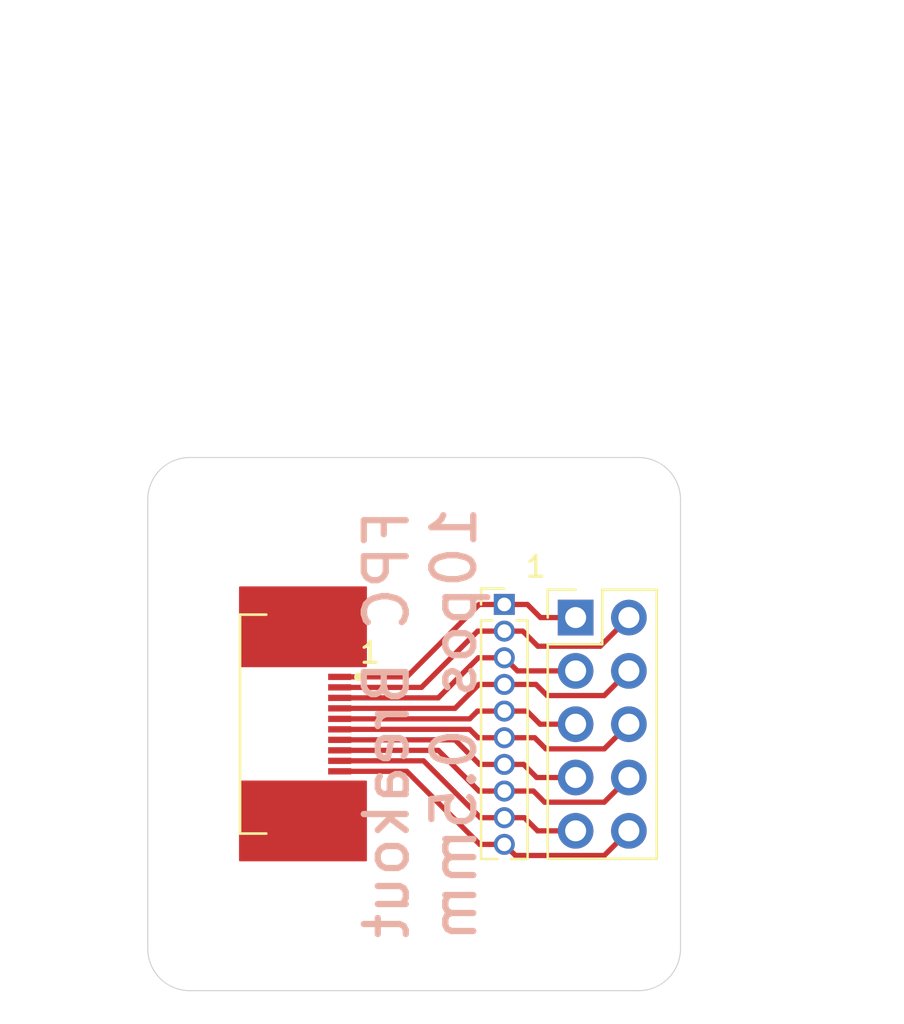
<source format=kicad_pcb>
(kicad_pcb (version 20171130) (host pcbnew "(5.1.5)-3")

  (general
    (thickness 1.6)
    (drawings 15)
    (tracks 66)
    (zones 0)
    (modules 7)
    (nets 11)
  )

  (page A4)
  (layers
    (0 F.Cu signal)
    (31 B.Cu signal)
    (32 B.Adhes user)
    (33 F.Adhes user)
    (34 B.Paste user)
    (35 F.Paste user)
    (36 B.SilkS user)
    (37 F.SilkS user)
    (38 B.Mask user)
    (39 F.Mask user)
    (40 Dwgs.User user)
    (41 Cmts.User user)
    (42 Eco1.User user)
    (43 Eco2.User user)
    (44 Edge.Cuts user)
    (45 Margin user)
    (46 B.CrtYd user)
    (47 F.CrtYd user)
    (48 B.Fab user)
    (49 F.Fab user)
  )

  (setup
    (last_trace_width 0.25)
    (trace_clearance 0.2)
    (zone_clearance 0.508)
    (zone_45_only no)
    (trace_min 0.2)
    (via_size 0.8)
    (via_drill 0.4)
    (via_min_size 0.4)
    (via_min_drill 0.3)
    (uvia_size 0.3)
    (uvia_drill 0.1)
    (uvias_allowed no)
    (uvia_min_size 0.2)
    (uvia_min_drill 0.1)
    (edge_width 0.05)
    (segment_width 0.2)
    (pcb_text_width 0.3)
    (pcb_text_size 1.5 1.5)
    (mod_edge_width 0.12)
    (mod_text_size 1 1)
    (mod_text_width 0.15)
    (pad_size 1.524 1.524)
    (pad_drill 0.762)
    (pad_to_mask_clearance 0.0254)
    (aux_axis_origin 0 0)
    (visible_elements FFFFFF7F)
    (pcbplotparams
      (layerselection 0x010fc_ffffffff)
      (usegerberextensions false)
      (usegerberattributes false)
      (usegerberadvancedattributes false)
      (creategerberjobfile false)
      (excludeedgelayer true)
      (linewidth 0.100000)
      (plotframeref false)
      (viasonmask false)
      (mode 1)
      (useauxorigin false)
      (hpglpennumber 1)
      (hpglpenspeed 20)
      (hpglpendiameter 15.000000)
      (psnegative false)
      (psa4output false)
      (plotreference true)
      (plotvalue true)
      (plotinvisibletext false)
      (padsonsilk false)
      (subtractmaskfromsilk false)
      (outputformat 1)
      (mirror false)
      (drillshape 1)
      (scaleselection 1)
      (outputdirectory ""))
  )

  (net 0 "")
  (net 1 "Net-(J1-Pad10)")
  (net 2 "Net-(J1-Pad9)")
  (net 3 "Net-(J1-Pad8)")
  (net 4 "Net-(J1-Pad7)")
  (net 5 "Net-(J1-Pad6)")
  (net 6 "Net-(J1-Pad5)")
  (net 7 "Net-(J1-Pad4)")
  (net 8 "Net-(J1-Pad3)")
  (net 9 "Net-(J1-Pad2)")
  (net 10 "Net-(J1-Pad1)")

  (net_class Default "This is the default net class."
    (clearance 0.2)
    (trace_width 0.25)
    (via_dia 0.8)
    (via_drill 0.4)
    (uvia_dia 0.3)
    (uvia_drill 0.1)
    (add_net "Net-(J1-Pad1)")
    (add_net "Net-(J1-Pad10)")
    (add_net "Net-(J1-Pad2)")
    (add_net "Net-(J1-Pad3)")
    (add_net "Net-(J1-Pad4)")
    (add_net "Net-(J1-Pad5)")
    (add_net "Net-(J1-Pad6)")
    (add_net "Net-(J1-Pad7)")
    (add_net "Net-(J1-Pad8)")
    (add_net "Net-(J1-Pad9)")
  )

  (module Connector_PinHeader_1.27mm:PinHeader_1x10_P1.27mm_Vertical (layer F.Cu) (tedit 59FED6E3) (tstamp 5E56521B)
    (at 121.6 94.3)
    (descr "Through hole straight pin header, 1x10, 1.27mm pitch, single row")
    (tags "Through hole pin header THT 1x10 1.27mm single row")
    (path /5E5647FF)
    (fp_text reference J3 (at 0 -1.695) (layer F.SilkS) hide
      (effects (font (size 1 1) (thickness 0.15)))
    )
    (fp_text value Conn_01x10 (at 0 13.125) (layer F.Fab)
      (effects (font (size 1 1) (thickness 0.15)))
    )
    (fp_text user %R (at 0 5.715 90) (layer F.Fab)
      (effects (font (size 1 1) (thickness 0.15)))
    )
    (fp_line (start 1.55 -1.15) (end -1.55 -1.15) (layer F.CrtYd) (width 0.05))
    (fp_line (start 1.55 12.6) (end 1.55 -1.15) (layer F.CrtYd) (width 0.05))
    (fp_line (start -1.55 12.6) (end 1.55 12.6) (layer F.CrtYd) (width 0.05))
    (fp_line (start -1.55 -1.15) (end -1.55 12.6) (layer F.CrtYd) (width 0.05))
    (fp_line (start -1.11 -0.76) (end 0 -0.76) (layer F.SilkS) (width 0.12))
    (fp_line (start -1.11 0) (end -1.11 -0.76) (layer F.SilkS) (width 0.12))
    (fp_line (start 0.563471 0.76) (end 1.11 0.76) (layer F.SilkS) (width 0.12))
    (fp_line (start -1.11 0.76) (end -0.563471 0.76) (layer F.SilkS) (width 0.12))
    (fp_line (start 1.11 0.76) (end 1.11 12.125) (layer F.SilkS) (width 0.12))
    (fp_line (start -1.11 0.76) (end -1.11 12.125) (layer F.SilkS) (width 0.12))
    (fp_line (start 0.30753 12.125) (end 1.11 12.125) (layer F.SilkS) (width 0.12))
    (fp_line (start -1.11 12.125) (end -0.30753 12.125) (layer F.SilkS) (width 0.12))
    (fp_line (start -1.05 -0.11) (end -0.525 -0.635) (layer F.Fab) (width 0.1))
    (fp_line (start -1.05 12.065) (end -1.05 -0.11) (layer F.Fab) (width 0.1))
    (fp_line (start 1.05 12.065) (end -1.05 12.065) (layer F.Fab) (width 0.1))
    (fp_line (start 1.05 -0.635) (end 1.05 12.065) (layer F.Fab) (width 0.1))
    (fp_line (start -0.525 -0.635) (end 1.05 -0.635) (layer F.Fab) (width 0.1))
    (pad 10 thru_hole oval (at 0 11.43) (size 1 1) (drill 0.65) (layers *.Cu *.Mask)
      (net 1 "Net-(J1-Pad10)"))
    (pad 9 thru_hole oval (at 0 10.16) (size 1 1) (drill 0.65) (layers *.Cu *.Mask)
      (net 2 "Net-(J1-Pad9)"))
    (pad 8 thru_hole oval (at 0 8.89) (size 1 1) (drill 0.65) (layers *.Cu *.Mask)
      (net 3 "Net-(J1-Pad8)"))
    (pad 7 thru_hole oval (at 0 7.62) (size 1 1) (drill 0.65) (layers *.Cu *.Mask)
      (net 4 "Net-(J1-Pad7)"))
    (pad 6 thru_hole oval (at 0 6.35) (size 1 1) (drill 0.65) (layers *.Cu *.Mask)
      (net 5 "Net-(J1-Pad6)"))
    (pad 5 thru_hole oval (at 0 5.08) (size 1 1) (drill 0.65) (layers *.Cu *.Mask)
      (net 6 "Net-(J1-Pad5)"))
    (pad 4 thru_hole oval (at 0 3.81) (size 1 1) (drill 0.65) (layers *.Cu *.Mask)
      (net 7 "Net-(J1-Pad4)"))
    (pad 3 thru_hole oval (at 0 2.54) (size 1 1) (drill 0.65) (layers *.Cu *.Mask)
      (net 8 "Net-(J1-Pad3)"))
    (pad 2 thru_hole oval (at 0 1.27) (size 1 1) (drill 0.65) (layers *.Cu *.Mask)
      (net 9 "Net-(J1-Pad2)"))
    (pad 1 thru_hole rect (at 0 0) (size 1 1) (drill 0.65) (layers *.Cu *.Mask)
      (net 10 "Net-(J1-Pad1)"))
    (model ${KISYS3DMOD}/Connector_PinHeader_1.27mm.3dshapes/PinHeader_1x10_P1.27mm_Vertical.wrl
      (at (xyz 0 0 0))
      (scale (xyz 1 1 1))
      (rotate (xyz 0 0 0))
    )
  )

  (module MountingHole:MountingHole_2.7mm_M2.5 (layer F.Cu) (tedit 56D1B4CB) (tstamp 5E564E4B)
    (at 127 109.75)
    (descr "Mounting Hole 2.7mm, no annular, M2.5")
    (tags "mounting hole 2.7mm no annular m2.5")
    (attr virtual)
    (fp_text reference REF** (at 0 3.75) (layer F.SilkS) hide
      (effects (font (size 1 1) (thickness 0.15)))
    )
    (fp_text value MountingHole_2.7mm_M2.5 (at 0 3.7) (layer F.Fab)
      (effects (font (size 1 1) (thickness 0.15)))
    )
    (fp_circle (center 0 0) (end 2.95 0) (layer F.CrtYd) (width 0.05))
    (fp_circle (center 0 0) (end 2.7 0) (layer Cmts.User) (width 0.15))
    (fp_text user %R (at 0.3 0) (layer F.Fab)
      (effects (font (size 1 1) (thickness 0.15)))
    )
    (pad 1 np_thru_hole circle (at 0 0) (size 2.7 2.7) (drill 2.7) (layers *.Cu *.Mask))
  )

  (module MountingHole:MountingHole_2.7mm_M2.5 (layer F.Cu) (tedit 56D1B4CB) (tstamp 5E564E3C)
    (at 107.75 109.75)
    (descr "Mounting Hole 2.7mm, no annular, M2.5")
    (tags "mounting hole 2.7mm no annular m2.5")
    (attr virtual)
    (fp_text reference REF** (at 0 3.75) (layer F.SilkS) hide
      (effects (font (size 1 1) (thickness 0.15)))
    )
    (fp_text value MountingHole_2.7mm_M2.5 (at 0 3.7) (layer F.Fab)
      (effects (font (size 1 1) (thickness 0.15)))
    )
    (fp_text user %R (at 0.3 0) (layer F.Fab)
      (effects (font (size 1 1) (thickness 0.15)))
    )
    (fp_circle (center 0 0) (end 2.7 0) (layer Cmts.User) (width 0.15))
    (fp_circle (center 0 0) (end 2.95 0) (layer F.CrtYd) (width 0.05))
    (pad 1 np_thru_hole circle (at 0 0) (size 2.7 2.7) (drill 2.7) (layers *.Cu *.Mask))
  )

  (module MountingHole:MountingHole_2.7mm_M2.5 (layer F.Cu) (tedit 56D1B4CB) (tstamp 5E564E0B)
    (at 127 90.25)
    (descr "Mounting Hole 2.7mm, no annular, M2.5")
    (tags "mounting hole 2.7mm no annular m2.5")
    (attr virtual)
    (fp_text reference REF** (at 0 -3.7) (layer F.SilkS) hide
      (effects (font (size 1 1) (thickness 0.15)))
    )
    (fp_text value MountingHole_2.7mm_M2.5 (at 0 -3.75) (layer F.Fab)
      (effects (font (size 1 1) (thickness 0.15)))
    )
    (fp_text user %R (at 0.3 0) (layer F.Fab)
      (effects (font (size 1 1) (thickness 0.15)))
    )
    (fp_circle (center 0 0) (end 2.7 0) (layer Cmts.User) (width 0.15))
    (fp_circle (center 0 0) (end 2.95 0) (layer F.CrtYd) (width 0.05))
    (pad 1 np_thru_hole circle (at 0 0) (size 2.7 2.7) (drill 2.7) (layers *.Cu *.Mask))
  )

  (module MountingHole:MountingHole_2.7mm_M2.5 (layer F.Cu) (tedit 56D1B4CB) (tstamp 5E564C55)
    (at 107.75 90.25)
    (descr "Mounting Hole 2.7mm, no annular, M2.5")
    (tags "mounting hole 2.7mm no annular m2.5")
    (attr virtual)
    (fp_text reference REF** (at 0 -3.7) (layer F.SilkS) hide
      (effects (font (size 1 1) (thickness 0.15)))
    )
    (fp_text value MountingHole_2.7mm_M2.5 (at 0 -3.75) (layer F.Fab)
      (effects (font (size 1 1) (thickness 0.15)))
    )
    (fp_circle (center 0 0) (end 2.95 0) (layer F.CrtYd) (width 0.05))
    (fp_circle (center 0 0) (end 2.7 0) (layer Cmts.User) (width 0.15))
    (fp_text user %R (at 0.3 0) (layer F.Fab)
      (effects (font (size 1 1) (thickness 0.15)))
    )
    (pad 1 np_thru_hole circle (at 0 0) (size 2.7 2.7) (drill 2.7) (layers *.Cu *.Mask))
  )

  (module Connector_PinHeader_2.54mm:PinHeader_2x05_P2.54mm_Vertical (layer F.Cu) (tedit 59FED5CC) (tstamp 5E5645C3)
    (at 125 94.925)
    (descr "Through hole straight pin header, 2x05, 2.54mm pitch, double rows")
    (tags "Through hole pin header THT 2x05 2.54mm double row")
    (path /5E560CC3)
    (fp_text reference J2 (at -2.75 5.064) (layer F.SilkS) hide
      (effects (font (size 1 1) (thickness 0.15)))
    )
    (fp_text value Conn_01x10 (at 4.2 5.064 90) (layer F.Fab)
      (effects (font (size 1 1) (thickness 0.15)))
    )
    (fp_text user %R (at 1.27 5.08 90) (layer F.Fab)
      (effects (font (size 1 1) (thickness 0.15)))
    )
    (fp_line (start 4.35 -1.8) (end -1.8 -1.8) (layer F.CrtYd) (width 0.05))
    (fp_line (start 4.35 11.95) (end 4.35 -1.8) (layer F.CrtYd) (width 0.05))
    (fp_line (start -1.8 11.95) (end 4.35 11.95) (layer F.CrtYd) (width 0.05))
    (fp_line (start -1.8 -1.8) (end -1.8 11.95) (layer F.CrtYd) (width 0.05))
    (fp_line (start -1.33 -1.33) (end 0 -1.33) (layer F.SilkS) (width 0.12))
    (fp_line (start -1.33 0) (end -1.33 -1.33) (layer F.SilkS) (width 0.12))
    (fp_line (start 1.27 -1.33) (end 3.87 -1.33) (layer F.SilkS) (width 0.12))
    (fp_line (start 1.27 1.27) (end 1.27 -1.33) (layer F.SilkS) (width 0.12))
    (fp_line (start -1.33 1.27) (end 1.27 1.27) (layer F.SilkS) (width 0.12))
    (fp_line (start 3.87 -1.33) (end 3.87 11.49) (layer F.SilkS) (width 0.12))
    (fp_line (start -1.33 1.27) (end -1.33 11.49) (layer F.SilkS) (width 0.12))
    (fp_line (start -1.33 11.49) (end 3.87 11.49) (layer F.SilkS) (width 0.12))
    (fp_line (start -1.27 0) (end 0 -1.27) (layer F.Fab) (width 0.1))
    (fp_line (start -1.27 11.43) (end -1.27 0) (layer F.Fab) (width 0.1))
    (fp_line (start 3.81 11.43) (end -1.27 11.43) (layer F.Fab) (width 0.1))
    (fp_line (start 3.81 -1.27) (end 3.81 11.43) (layer F.Fab) (width 0.1))
    (fp_line (start 0 -1.27) (end 3.81 -1.27) (layer F.Fab) (width 0.1))
    (pad 10 thru_hole oval (at 2.54 10.16) (size 1.7 1.7) (drill 1) (layers *.Cu *.Mask)
      (net 1 "Net-(J1-Pad10)"))
    (pad 9 thru_hole oval (at 0 10.16) (size 1.7 1.7) (drill 1) (layers *.Cu *.Mask)
      (net 2 "Net-(J1-Pad9)"))
    (pad 8 thru_hole oval (at 2.54 7.62) (size 1.7 1.7) (drill 1) (layers *.Cu *.Mask)
      (net 3 "Net-(J1-Pad8)"))
    (pad 7 thru_hole oval (at 0 7.62) (size 1.7 1.7) (drill 1) (layers *.Cu *.Mask)
      (net 4 "Net-(J1-Pad7)"))
    (pad 6 thru_hole oval (at 2.54 5.08) (size 1.7 1.7) (drill 1) (layers *.Cu *.Mask)
      (net 5 "Net-(J1-Pad6)"))
    (pad 5 thru_hole oval (at 0 5.08) (size 1.7 1.7) (drill 1) (layers *.Cu *.Mask)
      (net 6 "Net-(J1-Pad5)"))
    (pad 4 thru_hole oval (at 2.54 2.54) (size 1.7 1.7) (drill 1) (layers *.Cu *.Mask)
      (net 7 "Net-(J1-Pad4)"))
    (pad 3 thru_hole oval (at 0 2.54) (size 1.7 1.7) (drill 1) (layers *.Cu *.Mask)
      (net 8 "Net-(J1-Pad3)"))
    (pad 2 thru_hole oval (at 2.54 0) (size 1.7 1.7) (drill 1) (layers *.Cu *.Mask)
      (net 9 "Net-(J1-Pad2)"))
    (pad 1 thru_hole rect (at 0 0) (size 1.7 1.7) (drill 1) (layers *.Cu *.Mask)
      (net 10 "Net-(J1-Pad1)"))
    (model ${KISYS3DMOD}/Connector_PinHeader_2.54mm.3dshapes/PinHeader_2x05_P2.54mm_Vertical.wrl
      (at (xyz 0 0 0))
      (scale (xyz 1 1 1))
      (rotate (xyz 0 0 0))
    )
  )

  (module wgmt-conn:TE_1-1734592-0 (layer F.Cu) (tedit 5E55F008) (tstamp 5E5645A5)
    (at 113.75 100 270)
    (path /5E55EF19)
    (fp_text reference J1 (at -0.011 2.5 90) (layer F.SilkS) hide
      (effects (font (size 1 1) (thickness 0.15)))
    )
    (fp_text value Conn_01x10 (at 0.239 5.75 90) (layer F.Fab)
      (effects (font (size 1 1) (thickness 0.15)))
    )
    (fp_circle (center -2.25 -0.889) (end -2.15 -0.889) (layer F.SilkS) (width 0.2))
    (fp_line (start -5.465 -0.1) (end -2.675 -0.1) (layer F.CrtYd) (width 0.05))
    (fp_line (start -5.465 5) (end -5.465 -0.1) (layer F.CrtYd) (width 0.05))
    (fp_line (start 5.465 5) (end -5.465 5) (layer F.CrtYd) (width 0.05))
    (fp_line (start 5.465 -0.1) (end 5.465 5) (layer F.CrtYd) (width 0.05))
    (fp_line (start 2.675 -0.1) (end 5.465 -0.1) (layer F.CrtYd) (width 0.05))
    (fp_line (start 2.675 -0.75) (end 2.675 -0.1) (layer F.CrtYd) (width 0.05))
    (fp_line (start -2.675 -0.75) (end 2.675 -0.75) (layer F.CrtYd) (width 0.05))
    (fp_line (start -2.675 -0.1) (end -2.675 -0.75) (layer F.CrtYd) (width 0.05))
    (fp_line (start 5.215 4.75) (end 5.215 3.5) (layer F.SilkS) (width 0.127))
    (fp_line (start -5.215 4.75) (end 5.215 4.75) (layer F.SilkS) (width 0.127))
    (fp_line (start -5.215 3.5) (end -5.215 4.75) (layer F.SilkS) (width 0.127))
    (fp_line (start 4.56 0.35) (end -4.56 0.35) (layer F.Fab) (width 0.127))
    (fp_line (start 4.56 3.15) (end 4.56 0.35) (layer F.Fab) (width 0.127))
    (fp_line (start 5.215 3.15) (end 4.56 3.15) (layer F.Fab) (width 0.127))
    (fp_line (start 5.215 4.75) (end 5.215 3.15) (layer F.Fab) (width 0.127))
    (fp_line (start -5.215 4.75) (end 5.215 4.75) (layer F.Fab) (width 0.127))
    (fp_line (start -5.215 3.15) (end -5.215 4.75) (layer F.Fab) (width 0.127))
    (fp_line (start -4.56 3.15) (end -5.215 3.15) (layer F.Fab) (width 0.127))
    (fp_line (start -4.56 0.35) (end -4.56 3.15) (layer F.Fab) (width 0.127))
    (pad S2 smd rect (at 3.92 1.7 270) (size 2.3 3.1) (layers F.Cu F.Paste F.Mask))
    (pad S1 smd rect (at -3.92 1.7 270) (size 2.3 3.1) (layers F.Cu F.Paste F.Mask))
    (pad 10 smd rect (at 2.25 0 270) (size 0.3 1.1) (layers F.Cu F.Paste F.Mask)
      (net 1 "Net-(J1-Pad10)"))
    (pad 9 smd rect (at 1.75 0 270) (size 0.3 1.1) (layers F.Cu F.Paste F.Mask)
      (net 2 "Net-(J1-Pad9)"))
    (pad 8 smd rect (at 1.25 0 270) (size 0.3 1.1) (layers F.Cu F.Paste F.Mask)
      (net 3 "Net-(J1-Pad8)"))
    (pad 7 smd rect (at 0.75 0 270) (size 0.3 1.1) (layers F.Cu F.Paste F.Mask)
      (net 4 "Net-(J1-Pad7)"))
    (pad 6 smd rect (at 0.25 0 270) (size 0.3 1.1) (layers F.Cu F.Paste F.Mask)
      (net 5 "Net-(J1-Pad6)"))
    (pad 5 smd rect (at -0.25 0 270) (size 0.3 1.1) (layers F.Cu F.Paste F.Mask)
      (net 6 "Net-(J1-Pad5)"))
    (pad 4 smd rect (at -0.75 0 270) (size 0.3 1.1) (layers F.Cu F.Paste F.Mask)
      (net 7 "Net-(J1-Pad4)"))
    (pad 3 smd rect (at -1.25 0 270) (size 0.3 1.1) (layers F.Cu F.Paste F.Mask)
      (net 8 "Net-(J1-Pad3)"))
    (pad 2 smd rect (at -1.75 0 270) (size 0.3 1.1) (layers F.Cu F.Paste F.Mask)
      (net 9 "Net-(J1-Pad2)"))
    (pad 1 smd rect (at -2.25 0 270) (size 0.3 1.1) (layers F.Cu F.Paste F.Mask)
      (net 10 "Net-(J1-Pad1)"))
  )

  (gr_text 1 (at 123.1 92.5) (layer F.SilkS) (tstamp 5E56533D)
    (effects (font (size 1 1) (thickness 0.15)))
  )
  (gr_text 1 (at 115.2 96.6) (layer F.SilkS)
    (effects (font (size 1 1) (thickness 0.15)))
  )
  (gr_text "FPC Breakout\n10pos 0.5mm" (at 117.6 100 90) (layer B.SilkS)
    (effects (font (size 2 2) (thickness 0.3)) (justify mirror))
  )
  (gr_arc (start 128 110.7) (end 128 112.7) (angle -90) (layer Edge.Cuts) (width 0.05))
  (gr_arc (start 106.6 110.7) (end 104.6 110.7) (angle -90) (layer Edge.Cuts) (width 0.05))
  (gr_arc (start 128 89.3) (end 130 89.3) (angle -90) (layer Edge.Cuts) (width 0.05))
  (gr_arc (start 106.6 89.3) (end 106.6 87.3) (angle -90) (layer Edge.Cuts) (width 0.05))
  (gr_line (start 104.6 89.3) (end 104.6 110.7) (layer Edge.Cuts) (width 0.05) (tstamp 5E564E24))
  (gr_line (start 130 89.3) (end 130 110.7) (layer Edge.Cuts) (width 0.05) (tstamp 5E564E23))
  (gr_line (start 106.6 112.7) (end 128 112.7) (layer Edge.Cuts) (width 0.05) (tstamp 5E564DFF))
  (gr_line (start 106.6 87.3) (end 128 87.3) (layer Edge.Cuts) (width 0.05))
  (dimension 25.5 (width 0.15) (layer Dwgs.User)
    (gr_text "25.500 mm" (at 139.3 87.25 270) (layer Dwgs.User)
      (effects (font (size 1 1) (thickness 0.15)))
    )
    (feature1 (pts (xy 131 100) (xy 138.586421 100)))
    (feature2 (pts (xy 131 74.5) (xy 138.586421 74.5)))
    (crossbar (pts (xy 138 74.5) (xy 138 100)))
    (arrow1a (pts (xy 138 100) (xy 137.413579 98.873496)))
    (arrow1b (pts (xy 138 100) (xy 138.586421 98.873496)))
    (arrow2a (pts (xy 138 74.5) (xy 137.413579 75.626504)))
    (arrow2b (pts (xy 138 74.5) (xy 138.586421 75.626504)))
  )
  (dimension 25.5 (width 0.15) (layer Dwgs.User)
    (gr_text "25.500 mm" (at 117 66.200001) (layer Dwgs.User)
      (effects (font (size 1 1) (thickness 0.15)))
    )
    (feature1 (pts (xy 129.75 70) (xy 129.75 66.91358)))
    (feature2 (pts (xy 104.25 70) (xy 104.25 66.91358)))
    (crossbar (pts (xy 104.25 67.500001) (xy 129.75 67.500001)))
    (arrow1a (pts (xy 129.75 67.500001) (xy 128.623496 68.086422)))
    (arrow1b (pts (xy 129.75 67.500001) (xy 128.623496 66.91358)))
    (arrow2a (pts (xy 104.25 67.500001) (xy 105.376504 68.086422)))
    (arrow2b (pts (xy 104.25 67.500001) (xy 105.376504 66.91358)))
  )
  (gr_poly (pts (xy 115 106.489) (xy 109 106.489) (xy 109 102.739) (xy 115 102.739)) (layer F.Cu) (width 0.1))
  (gr_poly (pts (xy 115 97.239) (xy 109 97.239) (xy 109 93.489) (xy 115 93.489)) (layer F.Cu) (width 0.1))

  (segment (start 120.892894 105.73) (end 121.6 105.73) (width 0.25) (layer F.Cu) (net 1))
  (segment (start 113.75 102.25) (end 116.95 102.25) (width 0.25) (layer F.Cu) (net 1))
  (segment (start 120.43 105.73) (end 120.892894 105.73) (width 0.25) (layer F.Cu) (net 1))
  (segment (start 116.95 102.25) (end 120.43 105.73) (width 0.25) (layer F.Cu) (net 1))
  (segment (start 122.130001 106.260001) (end 121.6 105.73) (width 0.25) (layer F.Cu) (net 1))
  (segment (start 127.54 105.085) (end 126.364999 106.260001) (width 0.25) (layer F.Cu) (net 1))
  (segment (start 126.364999 106.260001) (end 122.130001 106.260001) (width 0.25) (layer F.Cu) (net 1))
  (segment (start 120.892894 104.46) (end 121.6 104.46) (width 0.25) (layer F.Cu) (net 2))
  (segment (start 120.46 104.46) (end 120.892894 104.46) (width 0.25) (layer F.Cu) (net 2))
  (segment (start 113.75 101.75) (end 117.75 101.75) (width 0.25) (layer F.Cu) (net 2))
  (segment (start 117.75 101.75) (end 120.46 104.46) (width 0.25) (layer F.Cu) (net 2))
  (segment (start 121.6 104.46) (end 122.56 104.46) (width 0.25) (layer F.Cu) (net 2))
  (segment (start 123.185 105.085) (end 125 105.085) (width 0.25) (layer F.Cu) (net 2))
  (segment (start 122.56 104.46) (end 123.185 105.085) (width 0.25) (layer F.Cu) (net 2))
  (segment (start 120.892894 103.19) (end 121.6 103.19) (width 0.25) (layer F.Cu) (net 3))
  (segment (start 120.39 103.19) (end 120.892894 103.19) (width 0.25) (layer F.Cu) (net 3))
  (segment (start 113.75 101.25) (end 118.45 101.25) (width 0.25) (layer F.Cu) (net 3))
  (segment (start 118.45 101.25) (end 120.39 103.19) (width 0.25) (layer F.Cu) (net 3))
  (segment (start 122.99 103.19) (end 121.6 103.19) (width 0.25) (layer F.Cu) (net 3))
  (segment (start 123.520001 103.720001) (end 122.99 103.19) (width 0.25) (layer F.Cu) (net 3))
  (segment (start 127.54 102.545) (end 126.364999 103.720001) (width 0.25) (layer F.Cu) (net 3))
  (segment (start 126.364999 103.720001) (end 123.520001 103.720001) (width 0.25) (layer F.Cu) (net 3))
  (segment (start 120.42 101.92) (end 121.6 101.92) (width 0.25) (layer F.Cu) (net 4))
  (segment (start 113.75 100.75) (end 119.25 100.75) (width 0.25) (layer F.Cu) (net 4))
  (segment (start 119.25 100.75) (end 120.42 101.92) (width 0.25) (layer F.Cu) (net 4))
  (segment (start 121.6 101.92) (end 122.52 101.92) (width 0.25) (layer F.Cu) (net 4))
  (segment (start 123.145 102.545) (end 125 102.545) (width 0.25) (layer F.Cu) (net 4))
  (segment (start 122.52 101.92) (end 123.145 102.545) (width 0.25) (layer F.Cu) (net 4))
  (segment (start 120.35 100.65) (end 121.6 100.65) (width 0.25) (layer F.Cu) (net 5))
  (segment (start 119.95 100.25) (end 120.35 100.65) (width 0.25) (layer F.Cu) (net 5))
  (segment (start 113.75 100.25) (end 119.95 100.25) (width 0.25) (layer F.Cu) (net 5))
  (segment (start 123.05 100.65) (end 121.6 100.65) (width 0.25) (layer F.Cu) (net 5))
  (segment (start 127.54 100.005) (end 126.364999 101.180001) (width 0.25) (layer F.Cu) (net 5))
  (segment (start 123.580001 101.180001) (end 123.05 100.65) (width 0.25) (layer F.Cu) (net 5))
  (segment (start 126.364999 101.180001) (end 123.580001 101.180001) (width 0.25) (layer F.Cu) (net 5))
  (segment (start 120.32 99.38) (end 121.6 99.38) (width 0.25) (layer F.Cu) (net 6))
  (segment (start 119.95 99.75) (end 120.32 99.38) (width 0.25) (layer F.Cu) (net 6))
  (segment (start 113.75 99.75) (end 119.95 99.75) (width 0.25) (layer F.Cu) (net 6))
  (segment (start 121.6 99.38) (end 122.68 99.38) (width 0.25) (layer F.Cu) (net 6))
  (segment (start 123.305 100.005) (end 125 100.005) (width 0.25) (layer F.Cu) (net 6))
  (segment (start 122.68 99.38) (end 123.305 100.005) (width 0.25) (layer F.Cu) (net 6))
  (segment (start 120.39 98.11) (end 121.6 98.11) (width 0.25) (layer F.Cu) (net 7))
  (segment (start 113.75 99.25) (end 119.25 99.25) (width 0.25) (layer F.Cu) (net 7))
  (segment (start 119.25 99.25) (end 120.39 98.11) (width 0.25) (layer F.Cu) (net 7))
  (segment (start 123.11 98.11) (end 121.6 98.11) (width 0.25) (layer F.Cu) (net 7))
  (segment (start 123.640001 98.640001) (end 123.11 98.11) (width 0.25) (layer F.Cu) (net 7))
  (segment (start 127.54 97.465) (end 126.364999 98.640001) (width 0.25) (layer F.Cu) (net 7))
  (segment (start 126.364999 98.640001) (end 123.640001 98.640001) (width 0.25) (layer F.Cu) (net 7))
  (segment (start 120.36 96.84) (end 121.6 96.84) (width 0.25) (layer F.Cu) (net 8))
  (segment (start 113.75 98.75) (end 118.45 98.75) (width 0.25) (layer F.Cu) (net 8))
  (segment (start 118.45 98.75) (end 120.36 96.84) (width 0.25) (layer F.Cu) (net 8))
  (segment (start 122.225 97.465) (end 125 97.465) (width 0.25) (layer F.Cu) (net 8))
  (segment (start 121.6 96.84) (end 122.225 97.465) (width 0.25) (layer F.Cu) (net 8))
  (segment (start 120.33 95.57) (end 121.6 95.57) (width 0.25) (layer F.Cu) (net 9))
  (segment (start 113.75 98.25) (end 117.65 98.25) (width 0.25) (layer F.Cu) (net 9))
  (segment (start 117.65 98.25) (end 120.33 95.57) (width 0.25) (layer F.Cu) (net 9))
  (segment (start 122.479002 95.57) (end 121.6 95.57) (width 0.25) (layer F.Cu) (net 9))
  (segment (start 123.199001 96.289999) (end 122.479002 95.57) (width 0.25) (layer F.Cu) (net 9))
  (segment (start 127.54 94.925) (end 126.175001 96.289999) (width 0.25) (layer F.Cu) (net 9))
  (segment (start 126.175001 96.289999) (end 123.199001 96.289999) (width 0.25) (layer F.Cu) (net 9))
  (segment (start 120.4 94.3) (end 121.6 94.3) (width 0.25) (layer F.Cu) (net 10))
  (segment (start 113.75 97.75) (end 116.95 97.75) (width 0.25) (layer F.Cu) (net 10))
  (segment (start 116.95 97.75) (end 120.4 94.3) (width 0.25) (layer F.Cu) (net 10))
  (segment (start 121.6 94.3) (end 122.7 94.3) (width 0.25) (layer F.Cu) (net 10))
  (segment (start 123.325 94.925) (end 125 94.925) (width 0.25) (layer F.Cu) (net 10))
  (segment (start 122.7 94.3) (end 123.325 94.925) (width 0.25) (layer F.Cu) (net 10))

)

</source>
